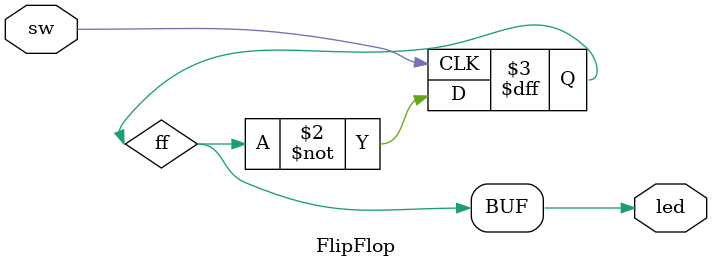
<source format=v>
module FlipFlop(sw, led);
	input sw;
	output led;
	reg ff;
	
	always @(posedge sw) begin
		ff=~ff;
	end
	assign led=ff;
endmodule
</source>
